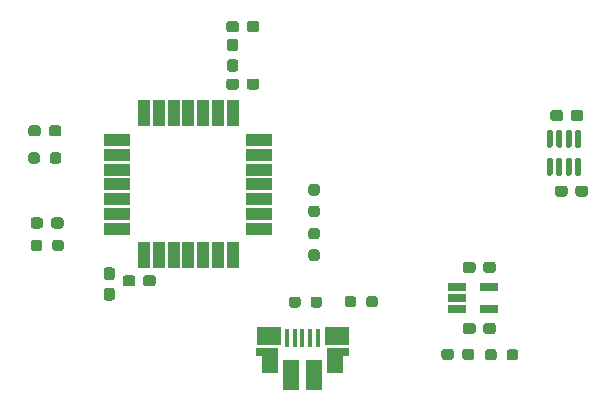
<source format=gbr>
%TF.GenerationSoftware,KiCad,Pcbnew,(5.1.10)-1*%
%TF.CreationDate,2022-03-06T21:17:49+00:00*%
%TF.ProjectId,main,6d61696e-2e6b-4696-9361-645f70636258,rev?*%
%TF.SameCoordinates,Original*%
%TF.FileFunction,Paste,Top*%
%TF.FilePolarity,Positive*%
%FSLAX46Y46*%
G04 Gerber Fmt 4.6, Leading zero omitted, Abs format (unit mm)*
G04 Created by KiCad (PCBNEW (5.1.10)-1) date 2022-03-06 21:17:49*
%MOMM*%
%LPD*%
G01*
G04 APERTURE LIST*
%ADD10R,1.430000X2.500000*%
%ADD11R,0.400000X1.650000*%
%ADD12R,2.000000X1.500000*%
%ADD13R,1.825000X0.700000*%
%ADD14R,1.350000X2.000000*%
%ADD15R,1.560000X0.650000*%
%ADD16R,1.000000X2.300000*%
%ADD17R,2.300000X1.000000*%
G04 APERTURE END LIST*
%TO.C,R2*%
G36*
G01*
X170237500Y-132087500D02*
X169762500Y-132087500D01*
G75*
G02*
X169525000Y-131850000I0J237500D01*
G01*
X169525000Y-131350000D01*
G75*
G02*
X169762500Y-131112500I237500J0D01*
G01*
X170237500Y-131112500D01*
G75*
G02*
X170475000Y-131350000I0J-237500D01*
G01*
X170475000Y-131850000D01*
G75*
G02*
X170237500Y-132087500I-237500J0D01*
G01*
G37*
G36*
G01*
X170237500Y-133912500D02*
X169762500Y-133912500D01*
G75*
G02*
X169525000Y-133675000I0J237500D01*
G01*
X169525000Y-133175000D01*
G75*
G02*
X169762500Y-132937500I237500J0D01*
G01*
X170237500Y-132937500D01*
G75*
G02*
X170475000Y-133175000I0J-237500D01*
G01*
X170475000Y-133675000D01*
G75*
G02*
X170237500Y-133912500I-237500J0D01*
G01*
G37*
%TD*%
D10*
%TO.C,USB_PWR1*%
X169965000Y-143545000D03*
X168045000Y-143545000D03*
D11*
X170305000Y-140395000D03*
X169655000Y-140395000D03*
X169005000Y-140395000D03*
X168355000Y-140395000D03*
X167705000Y-140395000D03*
D12*
X171905000Y-140275000D03*
X166155000Y-140295000D03*
D13*
X172005000Y-141595000D03*
X166055000Y-141595000D03*
D14*
X166275000Y-142345000D03*
X171755000Y-142345000D03*
%TD*%
%TO.C,U2*%
G36*
G01*
X192600000Y-122947500D02*
X192600000Y-124197500D01*
G75*
G02*
X192475000Y-124322500I-125000J0D01*
G01*
X192225000Y-124322500D01*
G75*
G02*
X192100000Y-124197500I0J125000D01*
G01*
X192100000Y-122947500D01*
G75*
G02*
X192225000Y-122822500I125000J0D01*
G01*
X192475000Y-122822500D01*
G75*
G02*
X192600000Y-122947500I0J-125000D01*
G01*
G37*
G36*
G01*
X191800000Y-122947500D02*
X191800000Y-124197500D01*
G75*
G02*
X191675000Y-124322500I-125000J0D01*
G01*
X191425000Y-124322500D01*
G75*
G02*
X191300000Y-124197500I0J125000D01*
G01*
X191300000Y-122947500D01*
G75*
G02*
X191425000Y-122822500I125000J0D01*
G01*
X191675000Y-122822500D01*
G75*
G02*
X191800000Y-122947500I0J-125000D01*
G01*
G37*
G36*
G01*
X191000000Y-122947500D02*
X191000000Y-124197500D01*
G75*
G02*
X190875000Y-124322500I-125000J0D01*
G01*
X190625000Y-124322500D01*
G75*
G02*
X190500000Y-124197500I0J125000D01*
G01*
X190500000Y-122947500D01*
G75*
G02*
X190625000Y-122822500I125000J0D01*
G01*
X190875000Y-122822500D01*
G75*
G02*
X191000000Y-122947500I0J-125000D01*
G01*
G37*
G36*
G01*
X190200000Y-122947500D02*
X190200000Y-124197500D01*
G75*
G02*
X190075000Y-124322500I-125000J0D01*
G01*
X189825000Y-124322500D01*
G75*
G02*
X189700000Y-124197500I0J125000D01*
G01*
X189700000Y-122947500D01*
G75*
G02*
X189825000Y-122822500I125000J0D01*
G01*
X190075000Y-122822500D01*
G75*
G02*
X190200000Y-122947500I0J-125000D01*
G01*
G37*
G36*
G01*
X190200000Y-125322500D02*
X190200000Y-126572500D01*
G75*
G02*
X190075000Y-126697500I-125000J0D01*
G01*
X189825000Y-126697500D01*
G75*
G02*
X189700000Y-126572500I0J125000D01*
G01*
X189700000Y-125322500D01*
G75*
G02*
X189825000Y-125197500I125000J0D01*
G01*
X190075000Y-125197500D01*
G75*
G02*
X190200000Y-125322500I0J-125000D01*
G01*
G37*
G36*
G01*
X191000000Y-125322500D02*
X191000000Y-126572500D01*
G75*
G02*
X190875000Y-126697500I-125000J0D01*
G01*
X190625000Y-126697500D01*
G75*
G02*
X190500000Y-126572500I0J125000D01*
G01*
X190500000Y-125322500D01*
G75*
G02*
X190625000Y-125197500I125000J0D01*
G01*
X190875000Y-125197500D01*
G75*
G02*
X191000000Y-125322500I0J-125000D01*
G01*
G37*
G36*
G01*
X191800000Y-125322500D02*
X191800000Y-126572500D01*
G75*
G02*
X191675000Y-126697500I-125000J0D01*
G01*
X191425000Y-126697500D01*
G75*
G02*
X191300000Y-126572500I0J125000D01*
G01*
X191300000Y-125322500D01*
G75*
G02*
X191425000Y-125197500I125000J0D01*
G01*
X191675000Y-125197500D01*
G75*
G02*
X191800000Y-125322500I0J-125000D01*
G01*
G37*
G36*
G01*
X192600000Y-125322500D02*
X192600000Y-126572500D01*
G75*
G02*
X192475000Y-126697500I-125000J0D01*
G01*
X192225000Y-126697500D01*
G75*
G02*
X192100000Y-126572500I0J125000D01*
G01*
X192100000Y-125322500D01*
G75*
G02*
X192225000Y-125197500I125000J0D01*
G01*
X192475000Y-125197500D01*
G75*
G02*
X192600000Y-125322500I0J-125000D01*
G01*
G37*
%TD*%
%TO.C,L1*%
G36*
G01*
X163337500Y-116172500D02*
X162862500Y-116172500D01*
G75*
G02*
X162625000Y-115935000I0J237500D01*
G01*
X162625000Y-115335000D01*
G75*
G02*
X162862500Y-115097500I237500J0D01*
G01*
X163337500Y-115097500D01*
G75*
G02*
X163575000Y-115335000I0J-237500D01*
G01*
X163575000Y-115935000D01*
G75*
G02*
X163337500Y-116172500I-237500J0D01*
G01*
G37*
G36*
G01*
X163337500Y-117897500D02*
X162862500Y-117897500D01*
G75*
G02*
X162625000Y-117660000I0J237500D01*
G01*
X162625000Y-117060000D01*
G75*
G02*
X162862500Y-116822500I237500J0D01*
G01*
X163337500Y-116822500D01*
G75*
G02*
X163575000Y-117060000I0J-237500D01*
G01*
X163575000Y-117660000D01*
G75*
G02*
X163337500Y-117897500I-237500J0D01*
G01*
G37*
%TD*%
%TO.C,C8*%
G36*
G01*
X164287500Y-114312500D02*
X164287500Y-113837500D01*
G75*
G02*
X164525000Y-113600000I237500J0D01*
G01*
X165125000Y-113600000D01*
G75*
G02*
X165362500Y-113837500I0J-237500D01*
G01*
X165362500Y-114312500D01*
G75*
G02*
X165125000Y-114550000I-237500J0D01*
G01*
X164525000Y-114550000D01*
G75*
G02*
X164287500Y-114312500I0J237500D01*
G01*
G37*
G36*
G01*
X162562500Y-114312500D02*
X162562500Y-113837500D01*
G75*
G02*
X162800000Y-113600000I237500J0D01*
G01*
X163400000Y-113600000D01*
G75*
G02*
X163637500Y-113837500I0J-237500D01*
G01*
X163637500Y-114312500D01*
G75*
G02*
X163400000Y-114550000I-237500J0D01*
G01*
X162800000Y-114550000D01*
G75*
G02*
X162562500Y-114312500I0J237500D01*
G01*
G37*
%TD*%
%TO.C,C7*%
G36*
G01*
X164287500Y-119187500D02*
X164287500Y-118712500D01*
G75*
G02*
X164525000Y-118475000I237500J0D01*
G01*
X165125000Y-118475000D01*
G75*
G02*
X165362500Y-118712500I0J-237500D01*
G01*
X165362500Y-119187500D01*
G75*
G02*
X165125000Y-119425000I-237500J0D01*
G01*
X164525000Y-119425000D01*
G75*
G02*
X164287500Y-119187500I0J237500D01*
G01*
G37*
G36*
G01*
X162562500Y-119187500D02*
X162562500Y-118712500D01*
G75*
G02*
X162800000Y-118475000I237500J0D01*
G01*
X163400000Y-118475000D01*
G75*
G02*
X163637500Y-118712500I0J-237500D01*
G01*
X163637500Y-119187500D01*
G75*
G02*
X163400000Y-119425000I-237500J0D01*
G01*
X162800000Y-119425000D01*
G75*
G02*
X162562500Y-119187500I0J237500D01*
G01*
G37*
%TD*%
D15*
%TO.C,U3*%
X184830000Y-136110000D03*
X184830000Y-138010000D03*
X182130000Y-138010000D03*
X182130000Y-137060000D03*
X182130000Y-136110000D03*
%TD*%
D16*
%TO.C,U1*%
X159350000Y-133425000D03*
X158100000Y-133425000D03*
X156850000Y-133425000D03*
X155600000Y-133425000D03*
X160600000Y-133425000D03*
X161850000Y-133425000D03*
X163100000Y-133425000D03*
D17*
X165350000Y-127425000D03*
X165350000Y-128675000D03*
X165350000Y-129925000D03*
X165350000Y-131175000D03*
X165350000Y-126175000D03*
X165350000Y-124925000D03*
X165350000Y-123675000D03*
D16*
X159350000Y-121425000D03*
X160600000Y-121425000D03*
X161850000Y-121425000D03*
X163100000Y-121425000D03*
X158100000Y-121425000D03*
X156850000Y-121425000D03*
X155600000Y-121425000D03*
D17*
X153350000Y-127425000D03*
X153350000Y-126175000D03*
X153350000Y-124925000D03*
X153350000Y-123675000D03*
X153350000Y-128675000D03*
X153350000Y-129925000D03*
X153350000Y-131175000D03*
%TD*%
%TO.C,R5*%
G36*
G01*
X185455000Y-141622500D02*
X185455000Y-142097500D01*
G75*
G02*
X185217500Y-142335000I-237500J0D01*
G01*
X184717500Y-142335000D01*
G75*
G02*
X184480000Y-142097500I0J237500D01*
G01*
X184480000Y-141622500D01*
G75*
G02*
X184717500Y-141385000I237500J0D01*
G01*
X185217500Y-141385000D01*
G75*
G02*
X185455000Y-141622500I0J-237500D01*
G01*
G37*
G36*
G01*
X187280000Y-141622500D02*
X187280000Y-142097500D01*
G75*
G02*
X187042500Y-142335000I-237500J0D01*
G01*
X186542500Y-142335000D01*
G75*
G02*
X186305000Y-142097500I0J237500D01*
G01*
X186305000Y-141622500D01*
G75*
G02*
X186542500Y-141385000I237500J0D01*
G01*
X187042500Y-141385000D01*
G75*
G02*
X187280000Y-141622500I0J-237500D01*
G01*
G37*
%TD*%
%TO.C,R4*%
G36*
G01*
X146975000Y-132362500D02*
X146975000Y-132837500D01*
G75*
G02*
X146737500Y-133075000I-237500J0D01*
G01*
X146237500Y-133075000D01*
G75*
G02*
X146000000Y-132837500I0J237500D01*
G01*
X146000000Y-132362500D01*
G75*
G02*
X146237500Y-132125000I237500J0D01*
G01*
X146737500Y-132125000D01*
G75*
G02*
X146975000Y-132362500I0J-237500D01*
G01*
G37*
G36*
G01*
X148800000Y-132362500D02*
X148800000Y-132837500D01*
G75*
G02*
X148562500Y-133075000I-237500J0D01*
G01*
X148062500Y-133075000D01*
G75*
G02*
X147825000Y-132837500I0J237500D01*
G01*
X147825000Y-132362500D01*
G75*
G02*
X148062500Y-132125000I237500J0D01*
G01*
X148562500Y-132125000D01*
G75*
G02*
X148800000Y-132362500I0J-237500D01*
G01*
G37*
%TD*%
%TO.C,R3*%
G36*
G01*
X146775000Y-124962500D02*
X146775000Y-125437500D01*
G75*
G02*
X146537500Y-125675000I-237500J0D01*
G01*
X146037500Y-125675000D01*
G75*
G02*
X145800000Y-125437500I0J237500D01*
G01*
X145800000Y-124962500D01*
G75*
G02*
X146037500Y-124725000I237500J0D01*
G01*
X146537500Y-124725000D01*
G75*
G02*
X146775000Y-124962500I0J-237500D01*
G01*
G37*
G36*
G01*
X148600000Y-124962500D02*
X148600000Y-125437500D01*
G75*
G02*
X148362500Y-125675000I-237500J0D01*
G01*
X147862500Y-125675000D01*
G75*
G02*
X147625000Y-125437500I0J237500D01*
G01*
X147625000Y-124962500D01*
G75*
G02*
X147862500Y-124725000I237500J0D01*
G01*
X148362500Y-124725000D01*
G75*
G02*
X148600000Y-124962500I0J-237500D01*
G01*
G37*
%TD*%
%TO.C,R1*%
G36*
G01*
X169762500Y-129225000D02*
X170237500Y-129225000D01*
G75*
G02*
X170475000Y-129462500I0J-237500D01*
G01*
X170475000Y-129962500D01*
G75*
G02*
X170237500Y-130200000I-237500J0D01*
G01*
X169762500Y-130200000D01*
G75*
G02*
X169525000Y-129962500I0J237500D01*
G01*
X169525000Y-129462500D01*
G75*
G02*
X169762500Y-129225000I237500J0D01*
G01*
G37*
G36*
G01*
X169762500Y-127400000D02*
X170237500Y-127400000D01*
G75*
G02*
X170475000Y-127637500I0J-237500D01*
G01*
X170475000Y-128137500D01*
G75*
G02*
X170237500Y-128375000I-237500J0D01*
G01*
X169762500Y-128375000D01*
G75*
G02*
X169525000Y-128137500I0J237500D01*
G01*
X169525000Y-127637500D01*
G75*
G02*
X169762500Y-127400000I237500J0D01*
G01*
G37*
%TD*%
%TO.C,HB1*%
G36*
G01*
X147550000Y-123137500D02*
X147550000Y-122662500D01*
G75*
G02*
X147787500Y-122425000I237500J0D01*
G01*
X148362500Y-122425000D01*
G75*
G02*
X148600000Y-122662500I0J-237500D01*
G01*
X148600000Y-123137500D01*
G75*
G02*
X148362500Y-123375000I-237500J0D01*
G01*
X147787500Y-123375000D01*
G75*
G02*
X147550000Y-123137500I0J237500D01*
G01*
G37*
G36*
G01*
X145800000Y-123137500D02*
X145800000Y-122662500D01*
G75*
G02*
X146037500Y-122425000I237500J0D01*
G01*
X146612500Y-122425000D01*
G75*
G02*
X146850000Y-122662500I0J-237500D01*
G01*
X146850000Y-123137500D01*
G75*
G02*
X146612500Y-123375000I-237500J0D01*
G01*
X146037500Y-123375000D01*
G75*
G02*
X145800000Y-123137500I0J237500D01*
G01*
G37*
%TD*%
%TO.C,FB1*%
G36*
G01*
X173565000Y-137122500D02*
X173565000Y-137597500D01*
G75*
G02*
X173327500Y-137835000I-237500J0D01*
G01*
X172827500Y-137835000D01*
G75*
G02*
X172590000Y-137597500I0J237500D01*
G01*
X172590000Y-137122500D01*
G75*
G02*
X172827500Y-136885000I237500J0D01*
G01*
X173327500Y-136885000D01*
G75*
G02*
X173565000Y-137122500I0J-237500D01*
G01*
G37*
G36*
G01*
X175390000Y-137122500D02*
X175390000Y-137597500D01*
G75*
G02*
X175152500Y-137835000I-237500J0D01*
G01*
X174652500Y-137835000D01*
G75*
G02*
X174415000Y-137597500I0J237500D01*
G01*
X174415000Y-137122500D01*
G75*
G02*
X174652500Y-136885000I237500J0D01*
G01*
X175152500Y-136885000D01*
G75*
G02*
X175390000Y-137122500I0J-237500D01*
G01*
G37*
%TD*%
%TO.C,F1*%
G36*
G01*
X168855000Y-137162500D02*
X168855000Y-137637500D01*
G75*
G02*
X168617500Y-137875000I-237500J0D01*
G01*
X168117500Y-137875000D01*
G75*
G02*
X167880000Y-137637500I0J237500D01*
G01*
X167880000Y-137162500D01*
G75*
G02*
X168117500Y-136925000I237500J0D01*
G01*
X168617500Y-136925000D01*
G75*
G02*
X168855000Y-137162500I0J-237500D01*
G01*
G37*
G36*
G01*
X170680000Y-137162500D02*
X170680000Y-137637500D01*
G75*
G02*
X170442500Y-137875000I-237500J0D01*
G01*
X169942500Y-137875000D01*
G75*
G02*
X169705000Y-137637500I0J237500D01*
G01*
X169705000Y-137162500D01*
G75*
G02*
X169942500Y-136925000I237500J0D01*
G01*
X170442500Y-136925000D01*
G75*
G02*
X170680000Y-137162500I0J-237500D01*
G01*
G37*
%TD*%
%TO.C,C6*%
G36*
G01*
X184322500Y-134697500D02*
X184322500Y-134222500D01*
G75*
G02*
X184560000Y-133985000I237500J0D01*
G01*
X185160000Y-133985000D01*
G75*
G02*
X185397500Y-134222500I0J-237500D01*
G01*
X185397500Y-134697500D01*
G75*
G02*
X185160000Y-134935000I-237500J0D01*
G01*
X184560000Y-134935000D01*
G75*
G02*
X184322500Y-134697500I0J237500D01*
G01*
G37*
G36*
G01*
X182597500Y-134697500D02*
X182597500Y-134222500D01*
G75*
G02*
X182835000Y-133985000I237500J0D01*
G01*
X183435000Y-133985000D01*
G75*
G02*
X183672500Y-134222500I0J-237500D01*
G01*
X183672500Y-134697500D01*
G75*
G02*
X183435000Y-134935000I-237500J0D01*
G01*
X182835000Y-134935000D01*
G75*
G02*
X182597500Y-134697500I0J237500D01*
G01*
G37*
%TD*%
%TO.C,C5*%
G36*
G01*
X183675000Y-139392500D02*
X183675000Y-139867500D01*
G75*
G02*
X183437500Y-140105000I-237500J0D01*
G01*
X182837500Y-140105000D01*
G75*
G02*
X182600000Y-139867500I0J237500D01*
G01*
X182600000Y-139392500D01*
G75*
G02*
X182837500Y-139155000I237500J0D01*
G01*
X183437500Y-139155000D01*
G75*
G02*
X183675000Y-139392500I0J-237500D01*
G01*
G37*
G36*
G01*
X185400000Y-139392500D02*
X185400000Y-139867500D01*
G75*
G02*
X185162500Y-140105000I-237500J0D01*
G01*
X184562500Y-140105000D01*
G75*
G02*
X184325000Y-139867500I0J237500D01*
G01*
X184325000Y-139392500D01*
G75*
G02*
X184562500Y-139155000I237500J0D01*
G01*
X185162500Y-139155000D01*
G75*
G02*
X185400000Y-139392500I0J-237500D01*
G01*
G37*
%TD*%
%TO.C,C4*%
G36*
G01*
X191075000Y-121362500D02*
X191075000Y-121837500D01*
G75*
G02*
X190837500Y-122075000I-237500J0D01*
G01*
X190237500Y-122075000D01*
G75*
G02*
X190000000Y-121837500I0J237500D01*
G01*
X190000000Y-121362500D01*
G75*
G02*
X190237500Y-121125000I237500J0D01*
G01*
X190837500Y-121125000D01*
G75*
G02*
X191075000Y-121362500I0J-237500D01*
G01*
G37*
G36*
G01*
X192800000Y-121362500D02*
X192800000Y-121837500D01*
G75*
G02*
X192562500Y-122075000I-237500J0D01*
G01*
X191962500Y-122075000D01*
G75*
G02*
X191725000Y-121837500I0J237500D01*
G01*
X191725000Y-121362500D01*
G75*
G02*
X191962500Y-121125000I237500J0D01*
G01*
X192562500Y-121125000D01*
G75*
G02*
X192800000Y-121362500I0J-237500D01*
G01*
G37*
%TD*%
%TO.C,C3*%
G36*
G01*
X152900000Y-135537500D02*
X152425000Y-135537500D01*
G75*
G02*
X152187500Y-135300000I0J237500D01*
G01*
X152187500Y-134700000D01*
G75*
G02*
X152425000Y-134462500I237500J0D01*
G01*
X152900000Y-134462500D01*
G75*
G02*
X153137500Y-134700000I0J-237500D01*
G01*
X153137500Y-135300000D01*
G75*
G02*
X152900000Y-135537500I-237500J0D01*
G01*
G37*
G36*
G01*
X152900000Y-137262500D02*
X152425000Y-137262500D01*
G75*
G02*
X152187500Y-137025000I0J237500D01*
G01*
X152187500Y-136425000D01*
G75*
G02*
X152425000Y-136187500I237500J0D01*
G01*
X152900000Y-136187500D01*
G75*
G02*
X153137500Y-136425000I0J-237500D01*
G01*
X153137500Y-137025000D01*
G75*
G02*
X152900000Y-137262500I-237500J0D01*
G01*
G37*
%TD*%
%TO.C,C2*%
G36*
G01*
X192125000Y-128237500D02*
X192125000Y-127762500D01*
G75*
G02*
X192362500Y-127525000I237500J0D01*
G01*
X192962500Y-127525000D01*
G75*
G02*
X193200000Y-127762500I0J-237500D01*
G01*
X193200000Y-128237500D01*
G75*
G02*
X192962500Y-128475000I-237500J0D01*
G01*
X192362500Y-128475000D01*
G75*
G02*
X192125000Y-128237500I0J237500D01*
G01*
G37*
G36*
G01*
X190400000Y-128237500D02*
X190400000Y-127762500D01*
G75*
G02*
X190637500Y-127525000I237500J0D01*
G01*
X191237500Y-127525000D01*
G75*
G02*
X191475000Y-127762500I0J-237500D01*
G01*
X191475000Y-128237500D01*
G75*
G02*
X191237500Y-128475000I-237500J0D01*
G01*
X190637500Y-128475000D01*
G75*
G02*
X190400000Y-128237500I0J237500D01*
G01*
G37*
%TD*%
%TO.C,C1*%
G36*
G01*
X155525000Y-135837500D02*
X155525000Y-135362500D01*
G75*
G02*
X155762500Y-135125000I237500J0D01*
G01*
X156362500Y-135125000D01*
G75*
G02*
X156600000Y-135362500I0J-237500D01*
G01*
X156600000Y-135837500D01*
G75*
G02*
X156362500Y-136075000I-237500J0D01*
G01*
X155762500Y-136075000D01*
G75*
G02*
X155525000Y-135837500I0J237500D01*
G01*
G37*
G36*
G01*
X153800000Y-135837500D02*
X153800000Y-135362500D01*
G75*
G02*
X154037500Y-135125000I237500J0D01*
G01*
X154637500Y-135125000D01*
G75*
G02*
X154875000Y-135362500I0J-237500D01*
G01*
X154875000Y-135837500D01*
G75*
G02*
X154637500Y-136075000I-237500J0D01*
G01*
X154037500Y-136075000D01*
G75*
G02*
X153800000Y-135837500I0J237500D01*
G01*
G37*
%TD*%
%TO.C,ALERT1*%
G36*
G01*
X147740000Y-130937500D02*
X147740000Y-130462500D01*
G75*
G02*
X147977500Y-130225000I237500J0D01*
G01*
X148552500Y-130225000D01*
G75*
G02*
X148790000Y-130462500I0J-237500D01*
G01*
X148790000Y-130937500D01*
G75*
G02*
X148552500Y-131175000I-237500J0D01*
G01*
X147977500Y-131175000D01*
G75*
G02*
X147740000Y-130937500I0J237500D01*
G01*
G37*
G36*
G01*
X145990000Y-130937500D02*
X145990000Y-130462500D01*
G75*
G02*
X146227500Y-130225000I237500J0D01*
G01*
X146802500Y-130225000D01*
G75*
G02*
X147040000Y-130462500I0J-237500D01*
G01*
X147040000Y-130937500D01*
G75*
G02*
X146802500Y-131175000I-237500J0D01*
G01*
X146227500Y-131175000D01*
G75*
G02*
X145990000Y-130937500I0J237500D01*
G01*
G37*
%TD*%
%TO.C,3V1*%
G36*
G01*
X181830000Y-141587500D02*
X181830000Y-142062500D01*
G75*
G02*
X181592500Y-142300000I-237500J0D01*
G01*
X181017500Y-142300000D01*
G75*
G02*
X180780000Y-142062500I0J237500D01*
G01*
X180780000Y-141587500D01*
G75*
G02*
X181017500Y-141350000I237500J0D01*
G01*
X181592500Y-141350000D01*
G75*
G02*
X181830000Y-141587500I0J-237500D01*
G01*
G37*
G36*
G01*
X183580000Y-141587500D02*
X183580000Y-142062500D01*
G75*
G02*
X183342500Y-142300000I-237500J0D01*
G01*
X182767500Y-142300000D01*
G75*
G02*
X182530000Y-142062500I0J237500D01*
G01*
X182530000Y-141587500D01*
G75*
G02*
X182767500Y-141350000I237500J0D01*
G01*
X183342500Y-141350000D01*
G75*
G02*
X183580000Y-141587500I0J-237500D01*
G01*
G37*
%TD*%
M02*

</source>
